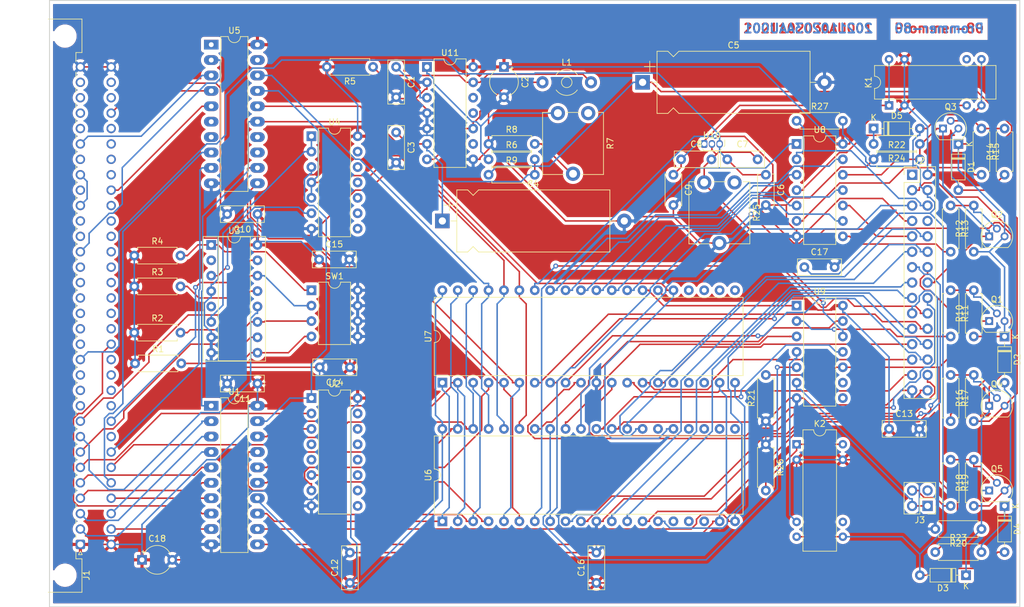
<source format=kicad_pcb>
(kicad_pcb (version 20211014) (generator pcbnew)

  (general
    (thickness 1.6)
  )

  (paper "A4")
  (layers
    (0 "F.Cu" signal)
    (31 "B.Cu" signal)
    (32 "B.Adhes" user "B.Adhesive")
    (33 "F.Adhes" user "F.Adhesive")
    (34 "B.Paste" user)
    (35 "F.Paste" user)
    (36 "B.SilkS" user "B.Silkscreen")
    (37 "F.SilkS" user "F.Silkscreen")
    (38 "B.Mask" user)
    (39 "F.Mask" user)
    (40 "Dwgs.User" user "User.Drawings")
    (41 "Cmts.User" user "User.Comments")
    (42 "Eco1.User" user "User.Eco1")
    (43 "Eco2.User" user "User.Eco2")
    (44 "Edge.Cuts" user)
    (45 "Margin" user)
    (46 "B.CrtYd" user "B.Courtyard")
    (47 "F.CrtYd" user "F.Courtyard")
    (48 "B.Fab" user)
    (49 "F.Fab" user)
  )

  (setup
    (pad_to_mask_clearance 0)
    (aux_axis_origin 80 150)
    (pcbplotparams
      (layerselection 0x00010fc_ffffffff)
      (disableapertmacros false)
      (usegerberextensions false)
      (usegerberattributes true)
      (usegerberadvancedattributes true)
      (creategerberjobfile true)
      (svguseinch false)
      (svgprecision 6)
      (excludeedgelayer true)
      (plotframeref false)
      (viasonmask false)
      (mode 1)
      (useauxorigin false)
      (hpglpennumber 1)
      (hpglpenspeed 20)
      (hpglpendiameter 15.000000)
      (dxfpolygonmode true)
      (dxfimperialunits true)
      (dxfusepcbnewfont true)
      (psnegative false)
      (psa4output false)
      (plotreference true)
      (plotvalue true)
      (plotinvisibletext false)
      (sketchpadsonfab false)
      (subtractmaskfromsilk false)
      (outputformat 1)
      (mirror false)
      (drillshape 1)
      (scaleselection 1)
      (outputdirectory "")
    )
  )

  (net 0 "")
  (net 1 "Net-(C1-Pad1)")
  (net 2 "GND")
  (net 3 "VCC")
  (net 4 "Net-(C3-Pad1)")
  (net 5 "Net-(C7-Pad2)")
  (net 6 "+12V")
  (net 7 "Net-(C8-Pad1)")
  (net 8 "/+25V")
  (net 9 "Net-(D1-Pad2)")
  (net 10 "Net-(D2-Pad2)")
  (net 11 "/Vpp")
  (net 12 "Net-(D4-Pad1)")
  (net 13 "Net-(D5-Pad1)")
  (net 14 "/B_D5")
  (net 15 "/B_D6")
  (net 16 "/B_D3")
  (net 17 "/B_D4")
  (net 18 "/B_A2")
  (net 19 "/B_A4")
  (net 20 "/B_A5")
  (net 21 "/B_A6")
  (net 22 "/\\WAIT")
  (net 23 "/\\BUSRQ")
  (net 24 "/\\BAI")
  (net 25 "/B_A19")
  (net 26 "-12V")
  (net 27 "/B_A30")
  (net 28 "/\\BAO")
  (net 29 "/B_A14")
  (net 30 "/\\M1")
  (net 31 "/B_A22")
  (net 32 "/B_A23")
  (net 33 "/\\IQ1")
  (net 34 "/VBAT")
  (net 35 "/\\IQ2")
  (net 36 "/\\RFSH")
  (net 37 "/B_A13")
  (net 38 "/B_A9")
  (net 39 "/\\BUSAK")
  (net 40 "/B_D0")
  (net 41 "/B_D7")
  (net 42 "/B_D2")
  (net 43 "/B_A0")
  (net 44 "/B_A3")
  (net 45 "/B_A1")
  (net 46 "/B_A8")
  (net 47 "/B_A7")
  (net 48 "/B_A16")
  (net 49 "/\\IEI")
  (net 50 "/B_A17")
  (net 51 "/B_A18")
  (net 52 "/B_D1")
  (net 53 "/B_A31")
  (net 54 "/\\IEO")
  (net 55 "/B_A11")
  (net 56 "/B_A10")
  (net 57 "/B_A21")
  (net 58 "/\\NMI")
  (net 59 "/\\INT")
  (net 60 "/\\WR")
  (net 61 "/B_A20")
  (net 62 "/\\HALT")
  (net 63 "/\\RESOUT")
  (net 64 "/B_A12")
  (net 65 "/B_A15")
  (net 66 "/\\CLK")
  (net 67 "/\\MREQ")
  (net 68 "/\\RESET")
  (net 69 "/VccE")
  (net 70 "/EA12")
  (net 71 "/nPGM")
  (net 72 "/EA7")
  (net 73 "/EA13")
  (net 74 "/EA6")
  (net 75 "/EA8")
  (net 76 "/EA5")
  (net 77 "/EA9")
  (net 78 "/EA4")
  (net 79 "/EA11")
  (net 80 "/EA3")
  (net 81 "/nOE")
  (net 82 "/EA2")
  (net 83 "/EA10")
  (net 84 "/EA1")
  (net 85 "/nCE")
  (net 86 "/EA0")
  (net 87 "/ED7")
  (net 88 "/ED0")
  (net 89 "/ED6")
  (net 90 "/ED1")
  (net 91 "/ED5")
  (net 92 "/ED2")
  (net 93 "/ED4")
  (net 94 "/ED3")
  (net 95 "Net-(K1-Pad6)")
  (net 96 "Net-(K2-Pad6)")
  (net 97 "Net-(L1-Pad1)")
  (net 98 "Net-(L1-Pad2)")
  (net 99 "Net-(Q1-Pad2)")
  (net 100 "Net-(Q2-Pad2)")
  (net 101 "Net-(Q3-Pad2)")
  (net 102 "Net-(Q4-Pad2)")
  (net 103 "Net-(Q5-Pad2)")
  (net 104 "Net-(R1-Pad2)")
  (net 105 "Net-(R2-Pad2)")
  (net 106 "Net-(R3-Pad2)")
  (net 107 "Net-(R4-Pad2)")
  (net 108 "Net-(R6-Pad1)")
  (net 109 "Net-(R7-Pad2)")
  (net 110 "Net-(R11-Pad2)")
  (net 111 "Net-(R13-Pad2)")
  (net 112 "Net-(R15-Pad2)")
  (net 113 "Net-(R17-Pad2)")
  (net 114 "Net-(U1-Pad19)")
  (net 115 "Net-(U1-Pad18)")
  (net 116 "Net-(U1-Pad17)")
  (net 117 "Net-(U1-Pad16)")
  (net 118 "Net-(U1-Pad15)")
  (net 119 "Net-(U1-Pad14)")
  (net 120 "Net-(U1-Pad13)")
  (net 121 "Net-(U1-Pad12)")
  (net 122 "Net-(U1-Pad11)")
  (net 123 "Net-(U1-Pad1)")
  (net 124 "Net-(U2-Pad4)")
  (net 125 "Net-(U2-Pad5)")
  (net 126 "Net-(U2-Pad6)")
  (net 127 "Net-(U2-Pad7)")
  (net 128 "Net-(U3-Pad2)")
  (net 129 "Net-(U3-Pad3)")
  (net 130 "Net-(U3-Pad5)")
  (net 131 "Net-(U3-Pad6)")
  (net 132 "Net-(U4-Pad4)")
  (net 133 "Net-(U5-Pad1)")
  (net 134 "Net-(U5-Pad11)")
  (net 135 "Net-(U5-Pad12)")
  (net 136 "Net-(U5-Pad13)")
  (net 137 "Net-(U5-Pad14)")
  (net 138 "Net-(U5-Pad6)")
  (net 139 "Net-(U5-Pad7)")
  (net 140 "Net-(U5-Pad19)")
  (net 141 "Net-(U6-Pad21)")
  (net 142 "Net-(U6-Pad22)")
  (net 143 "Net-(U6-Pad23)")
  (net 144 "Net-(U6-Pad24)")
  (net 145 "Net-(U6-Pad26)")
  (net 146 "/paEA11")
  (net 147 "/paEA13")
  (net 148 "/paEA14")
  (net 149 "/paEA15")
  (net 150 "Net-(U6-Pad16)")
  (net 151 "Net-(U6-Pad17)")
  (net 152 "Net-(U6-Pad18)")
  (net 153 "Net-(U7-Pad18)")
  (net 154 "Net-(U7-Pad17)")
  (net 155 "Net-(U7-Pad16)")
  (net 156 "/pbEA22")
  (net 157 "/pbEA21")
  (net 158 "/pbEA20")
  (net 159 "/pbEA19")
  (net 160 "/pbEA18")
  (net 161 "/pbEA17")
  (net 162 "/pbEA16")
  (net 163 "Net-(U7-Pad24)")
  (net 164 "Net-(U7-Pad23)")
  (net 165 "Net-(U7-Pad22)")
  (net 166 "Net-(U7-Pad21)")
  (net 167 "Net-(U9-Pad9)")
  (net 168 "Net-(U9-Pad8)")
  (net 169 "Net-(U11-Pad9)")
  (net 170 "Net-(U11-Pad11)")
  (net 171 "Net-(U11-Pad12)")
  (net 172 "Net-(J3-Pad4)")
  (net 173 "Net-(J3-Pad1)")
  (net 174 "Net-(J3-Pad3)")
  (net 175 "Net-(K2-Pad1)")
  (net 176 "/nM1")
  (net 177 "/nIORQ")
  (net 178 "/nRD")
  (net 179 "/nCLK")
  (net 180 "+15V")
  (net 181 "Net-(J2-Pad1)")

  (footprint "Capacitor_THT:C_Rect_L7.0mm_W2.5mm_P5.00mm" (layer "F.Cu") (at 137.16 60.96 -90))

  (footprint "Capacitor_THT:CP_Radial_Tantal_D4.5mm_P5.00mm" (layer "F.Cu") (at 154.94 60.96 -90))

  (footprint "Capacitor_THT:C_Rect_L7.0mm_W2.5mm_P5.00mm" (layer "F.Cu") (at 137.16 71.755 -90))

  (footprint "Capacitor_THT:C_Rect_L7.0mm_W2.5mm_P5.00mm" (layer "F.Cu") (at 114.3 113.17 180))

  (footprint "Capacitor_THT:C_Rect_L7.0mm_W2.5mm_P5.00mm" (layer "F.Cu") (at 129.54 146.05 90))

  (footprint "Capacitor_THT:C_Rect_L7.0mm_W2.5mm_P5.00mm" (layer "F.Cu") (at 129.54 110.49 180))

  (footprint "Capacitor_THT:C_Rect_L7.0mm_W2.5mm_P5.00mm" (layer "F.Cu") (at 124.46 92.71))

  (footprint "Diode_THT:D_DO-35_SOD27_P7.62mm_Horizontal" (layer "F.Cu") (at 229.87 73.66 -90))

  (footprint "Diode_THT:D_DO-35_SOD27_P7.62mm_Horizontal" (layer "F.Cu") (at 237.49 105.41 -90))

  (footprint "Diode_THT:D_DO-35_SOD27_P7.62mm_Horizontal" (layer "F.Cu") (at 231.14 144.78 180))

  (footprint "Diode_THT:D_DO-35_SOD27_P7.62mm_Horizontal" (layer "F.Cu") (at 237.49 133.35 -90))

  (footprint "Diode_THT:D_DO-35_SOD27_P7.62mm_Horizontal" (layer "F.Cu") (at 215.9 71.12))

  (footprint "Connector_DIN:DIN41612_C_2x32_Male_Horizontal_THT" (layer "F.Cu") (at 85.09 139.7 90))

  (footprint "Relay_THT:Relay_StandexMeder_DIP_LowProfile" (layer "F.Cu") (at 218.44 67.31 90))

  (footprint "Relay_THT:Relay_StandexMeder_DIP_LowProfile" (layer "F.Cu") (at 203.2 123.19))

  (footprint "Package_TO_SOT_THT:TO-92" (layer "F.Cu") (at 234.95 102.87))

  (footprint "Package_TO_SOT_THT:TO-92" (layer "F.Cu") (at 234.95 88.9))

  (footprint "Package_TO_SOT_THT:TO-92" (layer "F.Cu") (at 227.33 71.12))

  (footprint "Resistor_THT:R_Axial_DIN0207_L6.3mm_D2.5mm_P7.62mm_Horizontal" (layer "F.Cu") (at 94.107 109.855))

  (footprint "Resistor_THT:R_Axial_DIN0207_L6.3mm_D2.5mm_P7.62mm_Horizontal" (layer "F.Cu") (at 93.98 104.775))

  (footprint "Resistor_THT:R_Axial_DIN0207_L6.3mm_D2.5mm_P7.62mm_Horizontal" (layer "F.Cu") (at 93.98 92.075))

  (footprint "Resistor_THT:R_Axial_DIN0207_L6.3mm_D2.5mm_P7.62mm_Horizontal" (layer "F.Cu") (at 133.35 60.96 180))

  (footprint "Resistor_THT:R_Axial_DIN0207_L6.3mm_D2.5mm_P7.62mm_Horizontal" (layer "F.Cu") (at 152.4 76.2))

  (footprint "Potentiometer_THT:Potentiometer_ACP_CA9-V10_Vertical" (layer "F.Cu") (at 163.83 68.58 -90))

  (footprint "Resistor_THT:R_Axial_DIN0207_L6.3mm_D2.5mm_P7.62mm_Horizontal" (layer "F.Cu") (at 152.4 73.66))

  (footprint "Resistor_THT:R_Axial_DIN0207_L6.3mm_D2.5mm_P7.62mm_Horizontal" (layer "F.Cu") (at 152.4 78.74))

  (footprint "Resistor_THT:R_Axial_DIN0207_L6.3mm_D2.5mm_P7.62mm_Horizontal" (layer "F.Cu") (at 232.41 105.41 90))

  (footprint "Resistor_THT:R_Axial_DIN0207_L6.3mm_D2.5mm_P7.62mm_Horizontal" (layer "F.Cu") (at 228.6 97.79 -90))

  (footprint "Resistor_THT:R_Axial_DIN0207_L6.3mm_D2.5mm_P7.62mm_Horizontal" (layer "F.Cu") (at 232.41 91.44 90))

  (footprint "Resistor_THT:R_Axial_DIN0207_L6.3mm_D2.5mm_P7.62mm_Horizontal" (layer "F.Cu") (at 228.6 83.82 -90))

  (footprint "Resistor_THT:R_Axial_DIN0207_L6.3mm_D2.5mm_P7.62mm_Horizontal" (layer "F.Cu") (at 237.49 78.74 90))

  (footprint "Resistor_THT:R_Axial_DIN0207_L6.3mm_D2.5mm_P7.62mm_Horizontal" (layer "F.Cu") (at 233.68 71.12 -90))

  (footprint "Resistor_THT:R_Axial_DIN0207_L6.3mm_D2.5mm_P7.62mm_Horizontal" (layer "F.Cu") (at 232.41 119.38 90))

  (footprint "Resistor_THT:R_Axial_DIN0207_L6.3mm_D2.5mm_P7.62mm_Horizontal" (layer "F.Cu") (at 228.6 111.76 -90))

  (footprint "Resistor_THT:R_Axial_DIN0207_L6.3mm_D2.5mm_P7.62mm_Horizontal" (layer "F.Cu") (at 232.41 133.35 90))

  (footprint "Resistor_THT:R_Axial_DIN0207_L6.3mm_D2.5mm_P7.62mm_Horizontal" (layer "F.Cu") (at 233.68 137.16 180))

  (footprint "Resistor_THT:R_Axial_DIN0207_L6.3mm_D2.5mm_P7.62mm_Horizontal" (layer "F.Cu") (at 198.12 119.38 90))

  (footprint "Resistor_THT:R_Axial_DIN0207_L6.3mm_D2.5mm_P7.62mm_Horizontal" (layer "F.Cu") (at 215.9 76.2))

  (footprint "Resistor_THT:R_Axial_DIN0207_L6.3mm_D2.5mm_P7.62mm_Horizontal" (layer "F.Cu") (at 226.06 140.97))

  (footprint "Resistor_THT:R_Axial_DIN0207_L6.3mm_D2.5mm_P7.62mm_Horizontal" (layer "F.Cu") (at 223.52 73.66 180))

  (footprint "Potentiometer_THT:Potentiometer_ACP_CA9-V10_Vertical" (layer "F.Cu") (at 187.96 80.01 -90))

  (footprint "Resistor_THT:R_Axial_DIN0207_L6.3mm_D2.5mm_P7.62mm_Horizontal" (layer "F.Cu") (at 198.12 123.19 -90))

  (footprint "Package_DIP:DIP-20_W7.62mm_LongPads" (layer "F.Cu") (at 106.67 116.84))

  (footprint "Package_DIP:DIP-16_W7.62mm" (layer "F.Cu")
    (tedit 5A02E8C5) (tstamp 00000000-0000-0000-0000-00006158c5b1)
    (at 123.19 115.57)
    (descr "16-lead though-hole mounted DIP package, row spacing 7.62 mm (300 mils)")
    (tags "THT DIP DIL PDIP 2.54mm 7.62mm 300mil")
    (path "/00000000-0000-0000-0000-0000615f931e")
    (attr through_hole)
    (fp_text reference "U2" (at 3.81 -2.33) (layer "F.SilkS")
      (effects (font (size 1 1) (thickness 0.15)))
      (tstamp 122b5574-57fe-4d2d-80bf-3cabd28e7128)
    )
    (fp_text value "74LS139" (at 3.81 20.11) (layer "F.Fab")
      (effects (font (size 1 1) (thickness 0.15)))
      (tstamp e42fd0d4-9927-4308-81d9-4cca814c8ea9)
    )
    (fp_text user "${REFERENCE}" (at 3.81 8.89) (layer "F.Fab")
      (effects (font (size 1 1) (thickness 0.15)))
      (tstamp 08da8f18-02c3-4a28-a400-670f01755980)
    )
    (fp_line (start 2.81 -1.33) (end 1.16 -1.33) (layer "F.SilkS") (width 0.12) (tstamp 2522909e-6f5c-4f36-9c3a-869dca14e50f))
    (fp_line (start 6.46 -1.33) (end 4.81 -1.33) (layer "F.SilkS") (width 0.12) (tstamp 83a363ef-2850-4113-853b-2966af02d72d))
    (fp_line (start 1.16 -1.33) (end 1.16 19.11) (layer "F.SilkS") (width 0.12) (tstamp a647641f-bf16-4177-91ee-b01f347ff91c))
    (fp_line (start 6.46 19.11) (end 6.46 -1.33) (layer "F.SilkS") (width 0.12) (tstamp e07c4b69-e0b4-4217-9b28-38d44f166b31))
    (fp_line (start 1.16 19.11) (end 6.46 19.11) (layer "F.SilkS") (width 0.12) (tstamp fd4dd248-3e78-4985-a4fc-58bc05b74cbf))
    (fp_arc (start 4.81 -1.33) (mid 3.81 -0.33) (end 2.81 -1.33) (layer "F.SilkS") (width 0.12) (tstamp ec2e3d8a-128c-4be8-b432-9738bca934ae))
    (fp_line (start 8.7 -1.55) (end -1.1 -1.55) (layer "F.CrtYd") (width 0.05) (tstamp 653e74f0-0a40-4ab5-8f5c-787bbaf1d723))
    (fp_line (start -1.1 -1.55) (end -1.1 19.3) (layer "F.CrtYd") (width 0.05) (tstamp 81b95d0d-8967-4ed1-8d40-39925d015ae8))
    (fp_line (start 8.7 19.3) (end 8.7 -1.55) (layer "F.CrtYd") (width 0.05) (tstamp 8ef1307e-4e79-474d-a93c-be38f714571c))
    (fp_line (start -1.1 19.3) (end 8.7 19.3) (layer "F.CrtYd") (width 0.05) (tstamp b24c67bf-acb7-486e-9d7b-fb513b8c7fc6))
    (fp_line (start 1.635 -1.27) (end 6.985 -1.27) (layer "F.Fab") (width 0.1) (tstamp 003974b6-cb8f-491b-a226-fc7891eb9a62))
    (fp_line (start 0.635 -0.27) (end 1.635 -1.27) (layer "F.Fab") (width 0.1) (tstamp 3a45fb3b-7899-44f2-a78a-f676359df67b))
    (fp_line (start 6.985 -1.27) (end 6.985 19.05) (layer "F.Fab") (width 0.1) (tstamp 7c0866b5-b180-4be6-9e62-43f5b191d6d4))
    (fp_line (start 0.635 19.05) (end 0.635 -0.27) (layer "F.Fab") (width 0.1) (tstamp c81031ca-cd56-4ea3-b0db-833cbbdd7b2e))
    (fp_line (start 6.985 19.05) (end 0.635
... [757471 chars truncated]
</source>
